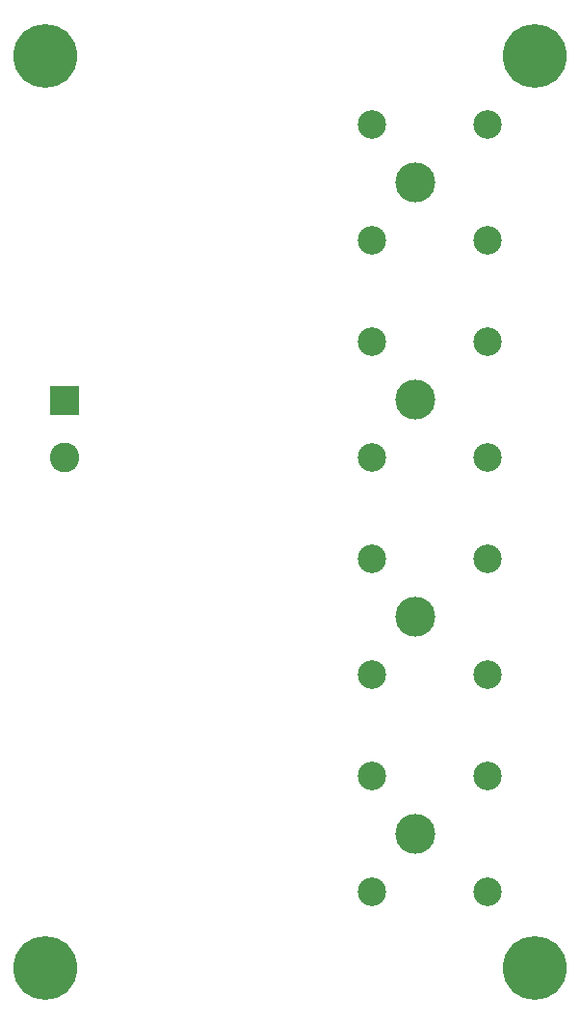
<source format=gbr>
G04 #@! TF.GenerationSoftware,KiCad,Pcbnew,8.0.6*
G04 #@! TF.CreationDate,2024-12-07T23:10:07+01:00*
G04 #@! TF.ProjectId,BOOST_LT8365,424f4f53-545f-44c5-9438-3336352e6b69,rev?*
G04 #@! TF.SameCoordinates,Original*
G04 #@! TF.FileFunction,Soldermask,Bot*
G04 #@! TF.FilePolarity,Negative*
%FSLAX46Y46*%
G04 Gerber Fmt 4.6, Leading zero omitted, Abs format (unit mm)*
G04 Created by KiCad (PCBNEW 8.0.6) date 2024-12-07 23:10:07*
%MOMM*%
%LPD*%
G01*
G04 APERTURE LIST*
%ADD10R,2.600000X2.600000*%
%ADD11C,2.600000*%
%ADD12C,2.500000*%
%ADD13C,3.500000*%
%ADD14C,5.600000*%
G04 APERTURE END LIST*
D10*
G04 #@! TO.C,J3*
X130124000Y-76748000D03*
D11*
X130124000Y-81748000D03*
G04 #@! TD*
D12*
G04 #@! TO.C,J2*
X157200000Y-109670000D03*
X157200000Y-119830000D03*
X167360000Y-109670000D03*
X167360000Y-119830000D03*
D13*
X161000000Y-114750000D03*
G04 #@! TD*
D14*
G04 #@! TO.C,H3*
X171500000Y-46500000D03*
G04 #@! TD*
G04 #@! TO.C,H1*
X128500000Y-46500000D03*
G04 #@! TD*
D12*
G04 #@! TO.C,J5*
X157200000Y-71570000D03*
X157200000Y-81730000D03*
X167360000Y-71570000D03*
X167360000Y-81730000D03*
D13*
X161000000Y-76650000D03*
G04 #@! TD*
D14*
G04 #@! TO.C,H2*
X128500000Y-126500000D03*
G04 #@! TD*
G04 #@! TO.C,H4*
X171500000Y-126500000D03*
G04 #@! TD*
D12*
G04 #@! TO.C,J1*
X157200000Y-90620000D03*
X157200000Y-100780000D03*
X167360000Y-90620000D03*
X167360000Y-100780000D03*
D13*
X161000000Y-95700000D03*
G04 #@! TD*
D12*
G04 #@! TO.C,J4*
X157200000Y-52520000D03*
X157200000Y-62680000D03*
X167360000Y-52520000D03*
X167360000Y-62680000D03*
D13*
X161000000Y-57600000D03*
G04 #@! TD*
M02*

</source>
